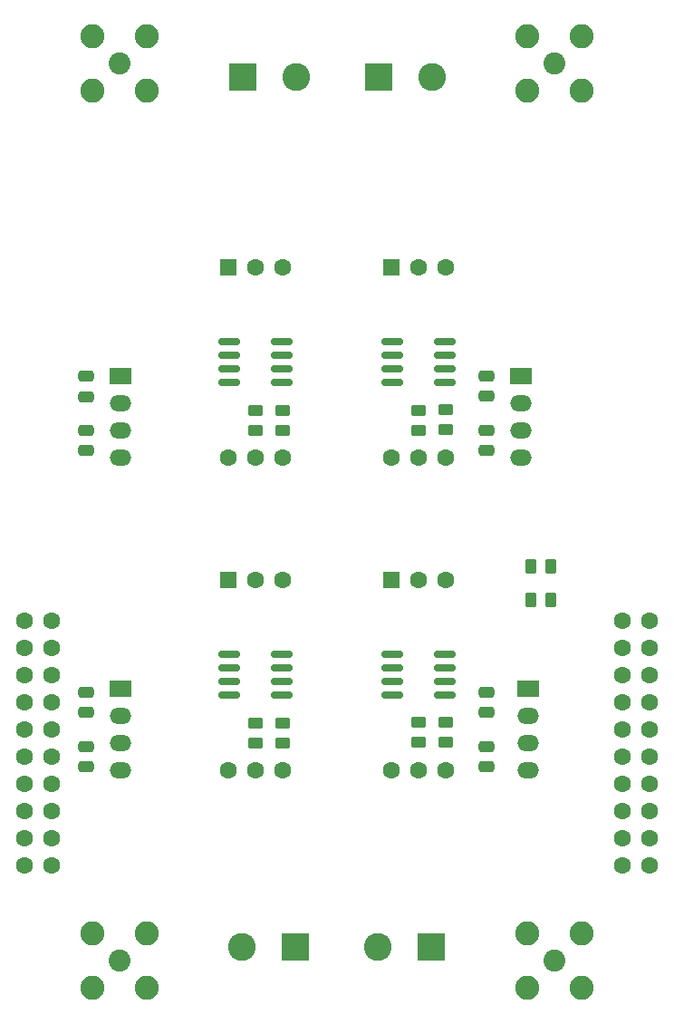
<source format=gts>
G04 #@! TF.GenerationSoftware,KiCad,Pcbnew,(6.0.0)*
G04 #@! TF.CreationDate,2022-08-16T09:33:42-05:00*
G04 #@! TF.ProjectId,mayfly-atlas-shield,6d617966-6c79-42d6-9174-6c61732d7368,rev?*
G04 #@! TF.SameCoordinates,Original*
G04 #@! TF.FileFunction,Soldermask,Top*
G04 #@! TF.FilePolarity,Negative*
%FSLAX46Y46*%
G04 Gerber Fmt 4.6, Leading zero omitted, Abs format (unit mm)*
G04 Created by KiCad (PCBNEW (6.0.0)) date 2022-08-16 09:33:42*
%MOMM*%
%LPD*%
G01*
G04 APERTURE LIST*
G04 Aperture macros list*
%AMRoundRect*
0 Rectangle with rounded corners*
0 $1 Rounding radius*
0 $2 $3 $4 $5 $6 $7 $8 $9 X,Y pos of 4 corners*
0 Add a 4 corners polygon primitive as box body*
4,1,4,$2,$3,$4,$5,$6,$7,$8,$9,$2,$3,0*
0 Add four circle primitives for the rounded corners*
1,1,$1+$1,$2,$3*
1,1,$1+$1,$4,$5*
1,1,$1+$1,$6,$7*
1,1,$1+$1,$8,$9*
0 Add four rect primitives between the rounded corners*
20,1,$1+$1,$2,$3,$4,$5,0*
20,1,$1+$1,$4,$5,$6,$7,0*
20,1,$1+$1,$6,$7,$8,$9,0*
20,1,$1+$1,$8,$9,$2,$3,0*%
G04 Aperture macros list end*
%ADD10RoundRect,0.250000X-0.450000X0.262500X-0.450000X-0.262500X0.450000X-0.262500X0.450000X0.262500X0*%
%ADD11RoundRect,0.250000X-0.262500X-0.450000X0.262500X-0.450000X0.262500X0.450000X-0.262500X0.450000X0*%
%ADD12C,1.600000*%
%ADD13R,1.600000X1.600000*%
%ADD14RoundRect,0.150000X-0.825000X-0.150000X0.825000X-0.150000X0.825000X0.150000X-0.825000X0.150000X0*%
%ADD15C,2.050000*%
%ADD16C,2.250000*%
%ADD17C,2.600000*%
%ADD18R,2.600000X2.600000*%
%ADD19RoundRect,0.250000X-0.475000X0.250000X-0.475000X-0.250000X0.475000X-0.250000X0.475000X0.250000X0*%
%ADD20RoundRect,0.250000X0.475000X-0.250000X0.475000X0.250000X-0.475000X0.250000X-0.475000X-0.250000X0*%
%ADD21R,2.000000X1.500000*%
%ADD22O,2.000000X1.500000*%
G04 APERTURE END LIST*
D10*
X110490000Y-136605000D03*
X110490000Y-138430000D03*
D11*
X133707500Y-121920000D03*
X135532500Y-121920000D03*
D10*
X107950000Y-107395000D03*
X107950000Y-109220000D03*
D12*
X125730000Y-140970000D03*
X123190000Y-140970000D03*
X120650000Y-140970000D03*
D13*
X120650000Y-123190000D03*
D12*
X123190000Y-123190000D03*
X125730000Y-123190000D03*
D14*
X120715000Y-100965000D03*
X120715000Y-102235000D03*
X120715000Y-103505000D03*
X120715000Y-104775000D03*
X125665000Y-104775000D03*
X125665000Y-103505000D03*
X125665000Y-102235000D03*
X125665000Y-100965000D03*
D15*
X135890000Y-158750000D03*
D16*
X133350000Y-156210000D03*
X138430000Y-156210000D03*
X133350000Y-161290000D03*
X138430000Y-161290000D03*
D14*
X120715000Y-130175000D03*
X120715000Y-131445000D03*
X120715000Y-132715000D03*
X120715000Y-133985000D03*
X125665000Y-133985000D03*
X125665000Y-132715000D03*
X125665000Y-131445000D03*
X125665000Y-130175000D03*
D17*
X106680000Y-157480000D03*
D18*
X111680000Y-157480000D03*
D15*
X95250000Y-158750000D03*
D16*
X92710000Y-161290000D03*
X92710000Y-156210000D03*
X97790000Y-156210000D03*
X97790000Y-161290000D03*
D12*
X110490000Y-93980000D03*
X107950000Y-93980000D03*
D13*
X105410000Y-93980000D03*
D12*
X105410000Y-111760000D03*
X107950000Y-111760000D03*
X110490000Y-111760000D03*
D10*
X123190000Y-136525000D03*
X123190000Y-138350000D03*
D19*
X92075000Y-104187500D03*
X92075000Y-106087500D03*
D14*
X105475000Y-100965000D03*
X105475000Y-102235000D03*
X105475000Y-103505000D03*
X105475000Y-104775000D03*
X110425000Y-104775000D03*
X110425000Y-103505000D03*
X110425000Y-102235000D03*
X110425000Y-100965000D03*
D19*
X129540000Y-104140000D03*
X129540000Y-106040000D03*
D20*
X129540000Y-111120000D03*
X129540000Y-109220000D03*
D15*
X95250000Y-74930000D03*
D16*
X92710000Y-77470000D03*
X97790000Y-77470000D03*
X97790000Y-72390000D03*
X92710000Y-72390000D03*
D20*
X129540000Y-140650000D03*
X129540000Y-138750000D03*
D21*
X133387500Y-133397500D03*
D22*
X133387500Y-135937500D03*
X133387500Y-138477500D03*
X133387500Y-141017500D03*
D10*
X125730000Y-107315000D03*
X125730000Y-109140000D03*
D20*
X92075000Y-111120000D03*
X92075000Y-109220000D03*
D10*
X107950000Y-136605000D03*
X107950000Y-138430000D03*
X110490000Y-107395000D03*
X110490000Y-109220000D03*
D12*
X110490000Y-123190000D03*
X107950000Y-123190000D03*
D13*
X105410000Y-123190000D03*
D12*
X105410000Y-140970000D03*
X107950000Y-140970000D03*
X110490000Y-140970000D03*
D19*
X92075000Y-133670000D03*
X92075000Y-135570000D03*
D21*
X95287500Y-133397500D03*
D22*
X95287500Y-135937500D03*
X95287500Y-138477500D03*
X95287500Y-141017500D03*
D15*
X135890000Y-74930000D03*
D16*
X133350000Y-77470000D03*
X133350000Y-72390000D03*
X138430000Y-72390000D03*
X138430000Y-77470000D03*
D17*
X119380000Y-157480000D03*
D18*
X124380000Y-157480000D03*
D20*
X92075000Y-140650000D03*
X92075000Y-138750000D03*
D21*
X95287500Y-104187500D03*
D22*
X95287500Y-106727500D03*
X95287500Y-109267500D03*
X95287500Y-111807500D03*
D17*
X124460000Y-76200000D03*
D18*
X119460000Y-76200000D03*
D12*
X125730000Y-93980000D03*
X123190000Y-93980000D03*
D13*
X120650000Y-93980000D03*
D12*
X120650000Y-111760000D03*
X123190000Y-111760000D03*
X125730000Y-111760000D03*
D21*
X132715000Y-104140000D03*
D22*
X132715000Y-106680000D03*
X132715000Y-109220000D03*
X132715000Y-111760000D03*
D17*
X111760000Y-76200000D03*
D18*
X106760000Y-76200000D03*
D14*
X105475000Y-130175000D03*
X105475000Y-131445000D03*
X105475000Y-132715000D03*
X105475000Y-133985000D03*
X110425000Y-133985000D03*
X110425000Y-132715000D03*
X110425000Y-131445000D03*
X110425000Y-130175000D03*
D12*
X142240000Y-127000000D03*
X142240000Y-129540000D03*
X142240000Y-132080000D03*
X142240000Y-134620000D03*
X142240000Y-137160000D03*
X142240000Y-139700000D03*
X142240000Y-142240000D03*
X142240000Y-144780000D03*
X142240000Y-147320000D03*
X142240000Y-149860000D03*
X144780000Y-149860000D03*
X144780000Y-147320000D03*
X144780000Y-144780000D03*
X144780000Y-142240000D03*
X144780000Y-139700000D03*
X144780000Y-137160000D03*
X144780000Y-134620000D03*
X144780000Y-132080000D03*
X144780000Y-129540000D03*
X144780000Y-127000000D03*
D19*
X129540000Y-133670000D03*
X129540000Y-135570000D03*
D10*
X123190000Y-107395000D03*
X123190000Y-109220000D03*
X125730000Y-136525000D03*
X125730000Y-138350000D03*
D11*
X133707500Y-125095000D03*
X135532500Y-125095000D03*
D12*
X86360000Y-127000000D03*
X86360000Y-129540000D03*
X86360000Y-132080000D03*
X86360000Y-134620000D03*
X86360000Y-137160000D03*
X86360000Y-139700000D03*
X86360000Y-142240000D03*
X86360000Y-144780000D03*
X86360000Y-147320000D03*
X86360000Y-149860000D03*
X88900000Y-149860000D03*
X88900000Y-147320000D03*
X88900000Y-144780000D03*
X88900000Y-142240000D03*
X88900000Y-139700000D03*
X88900000Y-137160000D03*
X88900000Y-134620000D03*
X88900000Y-132080000D03*
X88900000Y-129540000D03*
X88900000Y-127000000D03*
M02*

</source>
